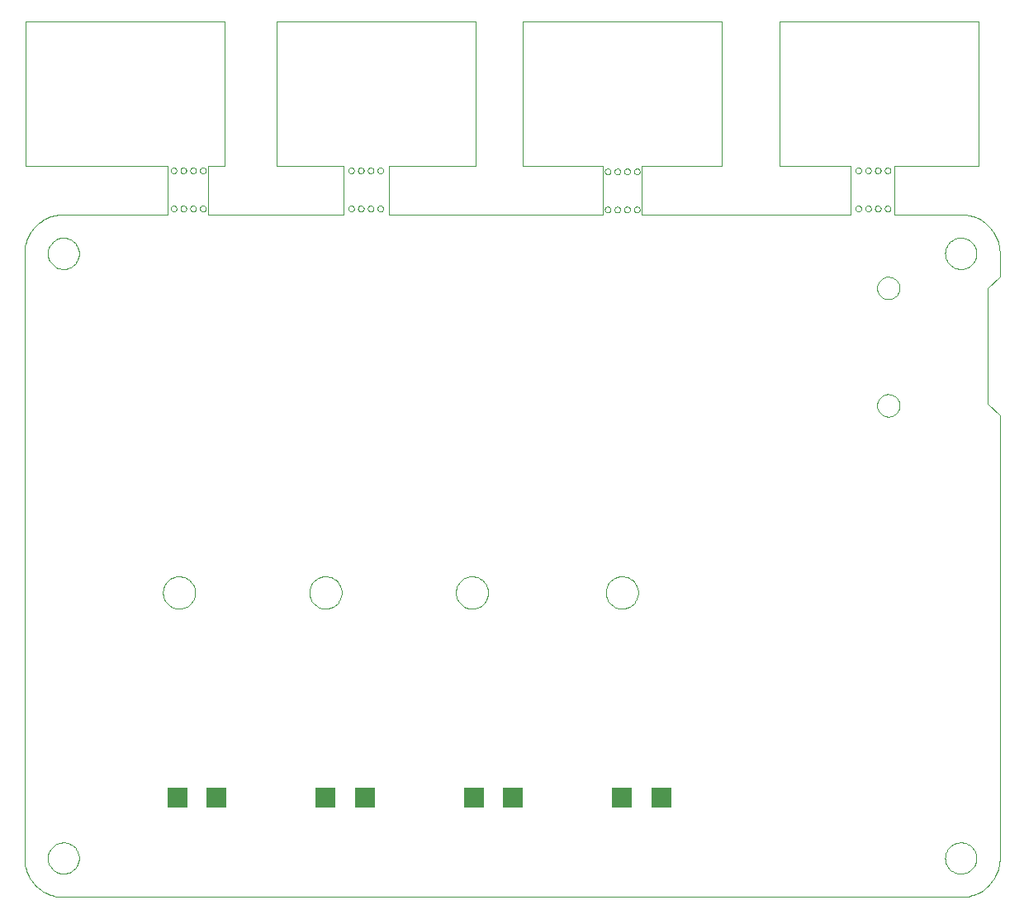
<source format=gbp>
G75*
G70*
%OFA0B0*%
%FSLAX24Y24*%
%IPPOS*%
%LPD*%
%AMOC8*
5,1,8,0,0,1.08239X$1,22.5*
%
%ADD10C,0.0000*%
%ADD11C,0.0000*%
%ADD12R,0.0787X0.0787*%
D10*
X010848Y004483D02*
X010848Y028893D01*
X010850Y028970D01*
X010856Y029047D01*
X010865Y029124D01*
X010878Y029200D01*
X010895Y029276D01*
X010916Y029350D01*
X010940Y029424D01*
X010968Y029496D01*
X010999Y029566D01*
X011034Y029635D01*
X011072Y029703D01*
X011113Y029768D01*
X011158Y029831D01*
X011206Y029892D01*
X011256Y029951D01*
X011309Y030007D01*
X011365Y030060D01*
X011424Y030110D01*
X011485Y030158D01*
X011548Y030203D01*
X011613Y030244D01*
X011681Y030282D01*
X011750Y030317D01*
X011820Y030348D01*
X011892Y030376D01*
X011966Y030400D01*
X012040Y030421D01*
X012116Y030438D01*
X012192Y030451D01*
X012269Y030460D01*
X012346Y030466D01*
X012423Y030468D01*
X012423Y030467D02*
X016635Y030467D01*
X016635Y032436D01*
X010887Y032436D01*
X010887Y038263D01*
X018919Y038263D01*
X018919Y032436D01*
X018250Y032436D01*
X018250Y030467D01*
X023722Y030467D01*
X023722Y032436D01*
X021045Y032436D01*
X021045Y038263D01*
X029076Y038263D01*
X029076Y032436D01*
X025572Y032436D01*
X025572Y030467D01*
X034194Y030467D01*
X034194Y032436D01*
X030966Y032436D01*
X030966Y038263D01*
X038998Y038263D01*
X038998Y032436D01*
X035769Y032436D01*
X035769Y030467D01*
X044194Y030467D01*
X044194Y032436D01*
X041320Y032436D01*
X041320Y038263D01*
X049352Y038263D01*
X049352Y032436D01*
X045966Y032436D01*
X045966Y030467D01*
X048643Y030467D01*
X048643Y030468D02*
X048720Y030466D01*
X048797Y030460D01*
X048874Y030451D01*
X048950Y030438D01*
X049026Y030421D01*
X049100Y030400D01*
X049174Y030376D01*
X049246Y030348D01*
X049316Y030317D01*
X049385Y030282D01*
X049453Y030244D01*
X049518Y030203D01*
X049581Y030158D01*
X049642Y030110D01*
X049701Y030060D01*
X049757Y030007D01*
X049810Y029951D01*
X049860Y029892D01*
X049908Y029831D01*
X049953Y029768D01*
X049994Y029703D01*
X050032Y029635D01*
X050067Y029566D01*
X050098Y029496D01*
X050126Y029424D01*
X050150Y029350D01*
X050171Y029276D01*
X050188Y029200D01*
X050201Y029124D01*
X050210Y029047D01*
X050216Y028970D01*
X050218Y028893D01*
X050218Y027948D01*
X049746Y027475D01*
X049746Y022830D01*
X050218Y022357D01*
X050218Y004483D01*
X050216Y004406D01*
X050210Y004329D01*
X050201Y004252D01*
X050188Y004176D01*
X050171Y004100D01*
X050150Y004026D01*
X050126Y003952D01*
X050098Y003880D01*
X050067Y003810D01*
X050032Y003741D01*
X049994Y003673D01*
X049953Y003608D01*
X049908Y003545D01*
X049860Y003484D01*
X049810Y003425D01*
X049757Y003369D01*
X049701Y003316D01*
X049642Y003266D01*
X049581Y003218D01*
X049518Y003173D01*
X049453Y003132D01*
X049385Y003094D01*
X049316Y003059D01*
X049246Y003028D01*
X049174Y003000D01*
X049100Y002976D01*
X049026Y002955D01*
X048950Y002938D01*
X048874Y002925D01*
X048797Y002916D01*
X048720Y002910D01*
X048643Y002908D01*
X012423Y002908D01*
X012346Y002910D01*
X012269Y002916D01*
X012192Y002925D01*
X012116Y002938D01*
X012040Y002955D01*
X011966Y002976D01*
X011892Y003000D01*
X011820Y003028D01*
X011750Y003059D01*
X011681Y003094D01*
X011613Y003132D01*
X011548Y003173D01*
X011485Y003218D01*
X011424Y003266D01*
X011365Y003316D01*
X011309Y003369D01*
X011256Y003425D01*
X011206Y003484D01*
X011158Y003545D01*
X011113Y003608D01*
X011072Y003673D01*
X011034Y003741D01*
X010999Y003810D01*
X010968Y003880D01*
X010940Y003952D01*
X010916Y004026D01*
X010895Y004100D01*
X010878Y004176D01*
X010865Y004252D01*
X010856Y004329D01*
X010850Y004406D01*
X010848Y004483D01*
D11*
X011793Y004483D02*
X011795Y004533D01*
X011801Y004583D01*
X011811Y004632D01*
X011825Y004680D01*
X011842Y004727D01*
X011863Y004772D01*
X011888Y004816D01*
X011916Y004857D01*
X011948Y004896D01*
X011982Y004933D01*
X012019Y004967D01*
X012059Y004997D01*
X012101Y005024D01*
X012145Y005048D01*
X012191Y005069D01*
X012238Y005085D01*
X012286Y005098D01*
X012336Y005107D01*
X012385Y005112D01*
X012436Y005113D01*
X012486Y005110D01*
X012535Y005103D01*
X012584Y005092D01*
X012632Y005077D01*
X012678Y005059D01*
X012723Y005037D01*
X012766Y005011D01*
X012807Y004982D01*
X012846Y004950D01*
X012882Y004915D01*
X012914Y004877D01*
X012944Y004837D01*
X012971Y004794D01*
X012994Y004750D01*
X013013Y004704D01*
X013029Y004656D01*
X013041Y004607D01*
X013049Y004558D01*
X013053Y004508D01*
X013053Y004458D01*
X013049Y004408D01*
X013041Y004359D01*
X013029Y004310D01*
X013013Y004262D01*
X012994Y004216D01*
X012971Y004172D01*
X012944Y004129D01*
X012914Y004089D01*
X012882Y004051D01*
X012846Y004016D01*
X012807Y003984D01*
X012766Y003955D01*
X012723Y003929D01*
X012678Y003907D01*
X012632Y003889D01*
X012584Y003874D01*
X012535Y003863D01*
X012486Y003856D01*
X012436Y003853D01*
X012385Y003854D01*
X012336Y003859D01*
X012286Y003868D01*
X012238Y003881D01*
X012191Y003897D01*
X012145Y003918D01*
X012101Y003942D01*
X012059Y003969D01*
X012019Y003999D01*
X011982Y004033D01*
X011948Y004070D01*
X011916Y004109D01*
X011888Y004150D01*
X011863Y004194D01*
X011842Y004239D01*
X011825Y004286D01*
X011811Y004334D01*
X011801Y004383D01*
X011795Y004433D01*
X011793Y004483D01*
X016441Y015202D02*
X016443Y015252D01*
X016449Y015302D01*
X016459Y015352D01*
X016472Y015400D01*
X016489Y015448D01*
X016510Y015494D01*
X016534Y015538D01*
X016562Y015580D01*
X016593Y015620D01*
X016627Y015657D01*
X016664Y015692D01*
X016703Y015723D01*
X016744Y015752D01*
X016788Y015777D01*
X016834Y015799D01*
X016881Y015817D01*
X016929Y015831D01*
X016978Y015842D01*
X017028Y015849D01*
X017078Y015852D01*
X017129Y015851D01*
X017179Y015846D01*
X017229Y015837D01*
X017277Y015825D01*
X017325Y015808D01*
X017371Y015788D01*
X017416Y015765D01*
X017459Y015738D01*
X017499Y015708D01*
X017537Y015675D01*
X017572Y015639D01*
X017605Y015600D01*
X017634Y015559D01*
X017660Y015516D01*
X017683Y015471D01*
X017702Y015424D01*
X017717Y015376D01*
X017729Y015327D01*
X017737Y015277D01*
X017741Y015227D01*
X017741Y015177D01*
X017737Y015127D01*
X017729Y015077D01*
X017717Y015028D01*
X017702Y014980D01*
X017683Y014933D01*
X017660Y014888D01*
X017634Y014845D01*
X017605Y014804D01*
X017572Y014765D01*
X017537Y014729D01*
X017499Y014696D01*
X017459Y014666D01*
X017416Y014639D01*
X017371Y014616D01*
X017325Y014596D01*
X017277Y014579D01*
X017229Y014567D01*
X017179Y014558D01*
X017129Y014553D01*
X017078Y014552D01*
X017028Y014555D01*
X016978Y014562D01*
X016929Y014573D01*
X016881Y014587D01*
X016834Y014605D01*
X016788Y014627D01*
X016744Y014652D01*
X016703Y014681D01*
X016664Y014712D01*
X016627Y014747D01*
X016593Y014784D01*
X016562Y014824D01*
X016534Y014866D01*
X016510Y014910D01*
X016489Y014956D01*
X016472Y015004D01*
X016459Y015052D01*
X016449Y015102D01*
X016443Y015152D01*
X016441Y015202D01*
X022352Y015202D02*
X022354Y015252D01*
X022360Y015302D01*
X022370Y015352D01*
X022383Y015400D01*
X022400Y015448D01*
X022421Y015494D01*
X022445Y015538D01*
X022473Y015580D01*
X022504Y015620D01*
X022538Y015657D01*
X022575Y015692D01*
X022614Y015723D01*
X022655Y015752D01*
X022699Y015777D01*
X022745Y015799D01*
X022792Y015817D01*
X022840Y015831D01*
X022889Y015842D01*
X022939Y015849D01*
X022989Y015852D01*
X023040Y015851D01*
X023090Y015846D01*
X023140Y015837D01*
X023188Y015825D01*
X023236Y015808D01*
X023282Y015788D01*
X023327Y015765D01*
X023370Y015738D01*
X023410Y015708D01*
X023448Y015675D01*
X023483Y015639D01*
X023516Y015600D01*
X023545Y015559D01*
X023571Y015516D01*
X023594Y015471D01*
X023613Y015424D01*
X023628Y015376D01*
X023640Y015327D01*
X023648Y015277D01*
X023652Y015227D01*
X023652Y015177D01*
X023648Y015127D01*
X023640Y015077D01*
X023628Y015028D01*
X023613Y014980D01*
X023594Y014933D01*
X023571Y014888D01*
X023545Y014845D01*
X023516Y014804D01*
X023483Y014765D01*
X023448Y014729D01*
X023410Y014696D01*
X023370Y014666D01*
X023327Y014639D01*
X023282Y014616D01*
X023236Y014596D01*
X023188Y014579D01*
X023140Y014567D01*
X023090Y014558D01*
X023040Y014553D01*
X022989Y014552D01*
X022939Y014555D01*
X022889Y014562D01*
X022840Y014573D01*
X022792Y014587D01*
X022745Y014605D01*
X022699Y014627D01*
X022655Y014652D01*
X022614Y014681D01*
X022575Y014712D01*
X022538Y014747D01*
X022504Y014784D01*
X022473Y014824D01*
X022445Y014866D01*
X022421Y014910D01*
X022400Y014956D01*
X022383Y015004D01*
X022370Y015052D01*
X022360Y015102D01*
X022354Y015152D01*
X022352Y015202D01*
X028263Y015202D02*
X028265Y015252D01*
X028271Y015302D01*
X028281Y015352D01*
X028294Y015400D01*
X028311Y015448D01*
X028332Y015494D01*
X028356Y015538D01*
X028384Y015580D01*
X028415Y015620D01*
X028449Y015657D01*
X028486Y015692D01*
X028525Y015723D01*
X028566Y015752D01*
X028610Y015777D01*
X028656Y015799D01*
X028703Y015817D01*
X028751Y015831D01*
X028800Y015842D01*
X028850Y015849D01*
X028900Y015852D01*
X028951Y015851D01*
X029001Y015846D01*
X029051Y015837D01*
X029099Y015825D01*
X029147Y015808D01*
X029193Y015788D01*
X029238Y015765D01*
X029281Y015738D01*
X029321Y015708D01*
X029359Y015675D01*
X029394Y015639D01*
X029427Y015600D01*
X029456Y015559D01*
X029482Y015516D01*
X029505Y015471D01*
X029524Y015424D01*
X029539Y015376D01*
X029551Y015327D01*
X029559Y015277D01*
X029563Y015227D01*
X029563Y015177D01*
X029559Y015127D01*
X029551Y015077D01*
X029539Y015028D01*
X029524Y014980D01*
X029505Y014933D01*
X029482Y014888D01*
X029456Y014845D01*
X029427Y014804D01*
X029394Y014765D01*
X029359Y014729D01*
X029321Y014696D01*
X029281Y014666D01*
X029238Y014639D01*
X029193Y014616D01*
X029147Y014596D01*
X029099Y014579D01*
X029051Y014567D01*
X029001Y014558D01*
X028951Y014553D01*
X028900Y014552D01*
X028850Y014555D01*
X028800Y014562D01*
X028751Y014573D01*
X028703Y014587D01*
X028656Y014605D01*
X028610Y014627D01*
X028566Y014652D01*
X028525Y014681D01*
X028486Y014712D01*
X028449Y014747D01*
X028415Y014784D01*
X028384Y014824D01*
X028356Y014866D01*
X028332Y014910D01*
X028311Y014956D01*
X028294Y015004D01*
X028281Y015052D01*
X028271Y015102D01*
X028265Y015152D01*
X028263Y015202D01*
X034319Y015202D02*
X034321Y015252D01*
X034327Y015302D01*
X034337Y015352D01*
X034350Y015400D01*
X034367Y015448D01*
X034388Y015494D01*
X034412Y015538D01*
X034440Y015580D01*
X034471Y015620D01*
X034505Y015657D01*
X034542Y015692D01*
X034581Y015723D01*
X034622Y015752D01*
X034666Y015777D01*
X034712Y015799D01*
X034759Y015817D01*
X034807Y015831D01*
X034856Y015842D01*
X034906Y015849D01*
X034956Y015852D01*
X035007Y015851D01*
X035057Y015846D01*
X035107Y015837D01*
X035155Y015825D01*
X035203Y015808D01*
X035249Y015788D01*
X035294Y015765D01*
X035337Y015738D01*
X035377Y015708D01*
X035415Y015675D01*
X035450Y015639D01*
X035483Y015600D01*
X035512Y015559D01*
X035538Y015516D01*
X035561Y015471D01*
X035580Y015424D01*
X035595Y015376D01*
X035607Y015327D01*
X035615Y015277D01*
X035619Y015227D01*
X035619Y015177D01*
X035615Y015127D01*
X035607Y015077D01*
X035595Y015028D01*
X035580Y014980D01*
X035561Y014933D01*
X035538Y014888D01*
X035512Y014845D01*
X035483Y014804D01*
X035450Y014765D01*
X035415Y014729D01*
X035377Y014696D01*
X035337Y014666D01*
X035294Y014639D01*
X035249Y014616D01*
X035203Y014596D01*
X035155Y014579D01*
X035107Y014567D01*
X035057Y014558D01*
X035007Y014553D01*
X034956Y014552D01*
X034906Y014555D01*
X034856Y014562D01*
X034807Y014573D01*
X034759Y014587D01*
X034712Y014605D01*
X034666Y014627D01*
X034622Y014652D01*
X034581Y014681D01*
X034542Y014712D01*
X034505Y014747D01*
X034471Y014784D01*
X034440Y014824D01*
X034412Y014866D01*
X034388Y014910D01*
X034367Y014956D01*
X034350Y015004D01*
X034337Y015052D01*
X034327Y015102D01*
X034321Y015152D01*
X034319Y015202D01*
X045265Y022756D02*
X045267Y022798D01*
X045273Y022840D01*
X045283Y022882D01*
X045296Y022922D01*
X045314Y022961D01*
X045335Y022998D01*
X045359Y023032D01*
X045387Y023065D01*
X045417Y023095D01*
X045450Y023121D01*
X045485Y023145D01*
X045523Y023165D01*
X045562Y023181D01*
X045602Y023194D01*
X045644Y023203D01*
X045686Y023208D01*
X045729Y023209D01*
X045771Y023206D01*
X045813Y023199D01*
X045854Y023188D01*
X045894Y023173D01*
X045932Y023155D01*
X045969Y023133D01*
X046003Y023108D01*
X046035Y023080D01*
X046063Y023049D01*
X046089Y023015D01*
X046112Y022979D01*
X046131Y022942D01*
X046147Y022902D01*
X046159Y022861D01*
X046167Y022820D01*
X046171Y022777D01*
X046171Y022735D01*
X046167Y022692D01*
X046159Y022651D01*
X046147Y022610D01*
X046131Y022570D01*
X046112Y022533D01*
X046089Y022497D01*
X046063Y022463D01*
X046035Y022432D01*
X046003Y022404D01*
X045969Y022379D01*
X045932Y022357D01*
X045894Y022339D01*
X045854Y022324D01*
X045813Y022313D01*
X045771Y022306D01*
X045729Y022303D01*
X045686Y022304D01*
X045644Y022309D01*
X045602Y022318D01*
X045562Y022331D01*
X045523Y022347D01*
X045485Y022367D01*
X045450Y022391D01*
X045417Y022417D01*
X045387Y022447D01*
X045359Y022480D01*
X045335Y022514D01*
X045314Y022551D01*
X045296Y022590D01*
X045283Y022630D01*
X045273Y022672D01*
X045267Y022714D01*
X045265Y022756D01*
X045265Y027496D02*
X045267Y027538D01*
X045273Y027580D01*
X045283Y027622D01*
X045296Y027662D01*
X045314Y027701D01*
X045335Y027738D01*
X045359Y027772D01*
X045387Y027805D01*
X045417Y027835D01*
X045450Y027861D01*
X045485Y027885D01*
X045523Y027905D01*
X045562Y027921D01*
X045602Y027934D01*
X045644Y027943D01*
X045686Y027948D01*
X045729Y027949D01*
X045771Y027946D01*
X045813Y027939D01*
X045854Y027928D01*
X045894Y027913D01*
X045932Y027895D01*
X045969Y027873D01*
X046003Y027848D01*
X046035Y027820D01*
X046063Y027789D01*
X046089Y027755D01*
X046112Y027719D01*
X046131Y027682D01*
X046147Y027642D01*
X046159Y027601D01*
X046167Y027560D01*
X046171Y027517D01*
X046171Y027475D01*
X046167Y027432D01*
X046159Y027391D01*
X046147Y027350D01*
X046131Y027310D01*
X046112Y027273D01*
X046089Y027237D01*
X046063Y027203D01*
X046035Y027172D01*
X046003Y027144D01*
X045969Y027119D01*
X045932Y027097D01*
X045894Y027079D01*
X045854Y027064D01*
X045813Y027053D01*
X045771Y027046D01*
X045729Y027043D01*
X045686Y027044D01*
X045644Y027049D01*
X045602Y027058D01*
X045562Y027071D01*
X045523Y027087D01*
X045485Y027107D01*
X045450Y027131D01*
X045417Y027157D01*
X045387Y027187D01*
X045359Y027220D01*
X045335Y027254D01*
X045314Y027291D01*
X045296Y027330D01*
X045283Y027370D01*
X045273Y027412D01*
X045267Y027454D01*
X045265Y027496D01*
X048013Y028893D02*
X048015Y028943D01*
X048021Y028993D01*
X048031Y029042D01*
X048045Y029090D01*
X048062Y029137D01*
X048083Y029182D01*
X048108Y029226D01*
X048136Y029267D01*
X048168Y029306D01*
X048202Y029343D01*
X048239Y029377D01*
X048279Y029407D01*
X048321Y029434D01*
X048365Y029458D01*
X048411Y029479D01*
X048458Y029495D01*
X048506Y029508D01*
X048556Y029517D01*
X048605Y029522D01*
X048656Y029523D01*
X048706Y029520D01*
X048755Y029513D01*
X048804Y029502D01*
X048852Y029487D01*
X048898Y029469D01*
X048943Y029447D01*
X048986Y029421D01*
X049027Y029392D01*
X049066Y029360D01*
X049102Y029325D01*
X049134Y029287D01*
X049164Y029247D01*
X049191Y029204D01*
X049214Y029160D01*
X049233Y029114D01*
X049249Y029066D01*
X049261Y029017D01*
X049269Y028968D01*
X049273Y028918D01*
X049273Y028868D01*
X049269Y028818D01*
X049261Y028769D01*
X049249Y028720D01*
X049233Y028672D01*
X049214Y028626D01*
X049191Y028582D01*
X049164Y028539D01*
X049134Y028499D01*
X049102Y028461D01*
X049066Y028426D01*
X049027Y028394D01*
X048986Y028365D01*
X048943Y028339D01*
X048898Y028317D01*
X048852Y028299D01*
X048804Y028284D01*
X048755Y028273D01*
X048706Y028266D01*
X048656Y028263D01*
X048605Y028264D01*
X048556Y028269D01*
X048506Y028278D01*
X048458Y028291D01*
X048411Y028307D01*
X048365Y028328D01*
X048321Y028352D01*
X048279Y028379D01*
X048239Y028409D01*
X048202Y028443D01*
X048168Y028480D01*
X048136Y028519D01*
X048108Y028560D01*
X048083Y028604D01*
X048062Y028649D01*
X048045Y028696D01*
X048031Y028744D01*
X048021Y028793D01*
X048015Y028843D01*
X048013Y028893D01*
X045573Y030704D02*
X045575Y030725D01*
X045581Y030745D01*
X045590Y030765D01*
X045602Y030782D01*
X045617Y030796D01*
X045635Y030808D01*
X045655Y030816D01*
X045675Y030821D01*
X045696Y030822D01*
X045717Y030819D01*
X045737Y030813D01*
X045756Y030802D01*
X045773Y030789D01*
X045786Y030773D01*
X045797Y030755D01*
X045805Y030735D01*
X045809Y030715D01*
X045809Y030693D01*
X045805Y030673D01*
X045797Y030653D01*
X045786Y030635D01*
X045773Y030619D01*
X045756Y030606D01*
X045737Y030595D01*
X045717Y030589D01*
X045696Y030586D01*
X045675Y030587D01*
X045655Y030592D01*
X045635Y030600D01*
X045617Y030612D01*
X045602Y030626D01*
X045590Y030643D01*
X045581Y030663D01*
X045575Y030683D01*
X045573Y030704D01*
X045179Y030704D02*
X045181Y030725D01*
X045187Y030745D01*
X045196Y030765D01*
X045208Y030782D01*
X045223Y030796D01*
X045241Y030808D01*
X045261Y030816D01*
X045281Y030821D01*
X045302Y030822D01*
X045323Y030819D01*
X045343Y030813D01*
X045362Y030802D01*
X045379Y030789D01*
X045392Y030773D01*
X045403Y030755D01*
X045411Y030735D01*
X045415Y030715D01*
X045415Y030693D01*
X045411Y030673D01*
X045403Y030653D01*
X045392Y030635D01*
X045379Y030619D01*
X045362Y030606D01*
X045343Y030595D01*
X045323Y030589D01*
X045302Y030586D01*
X045281Y030587D01*
X045261Y030592D01*
X045241Y030600D01*
X045223Y030612D01*
X045208Y030626D01*
X045196Y030643D01*
X045187Y030663D01*
X045181Y030683D01*
X045179Y030704D01*
X044785Y030704D02*
X044787Y030725D01*
X044793Y030745D01*
X044802Y030765D01*
X044814Y030782D01*
X044829Y030796D01*
X044847Y030808D01*
X044867Y030816D01*
X044887Y030821D01*
X044908Y030822D01*
X044929Y030819D01*
X044949Y030813D01*
X044968Y030802D01*
X044985Y030789D01*
X044998Y030773D01*
X045009Y030755D01*
X045017Y030735D01*
X045021Y030715D01*
X045021Y030693D01*
X045017Y030673D01*
X045009Y030653D01*
X044998Y030635D01*
X044985Y030619D01*
X044968Y030606D01*
X044949Y030595D01*
X044929Y030589D01*
X044908Y030586D01*
X044887Y030587D01*
X044867Y030592D01*
X044847Y030600D01*
X044829Y030612D01*
X044814Y030626D01*
X044802Y030643D01*
X044793Y030663D01*
X044787Y030683D01*
X044785Y030704D01*
X044391Y030704D02*
X044393Y030725D01*
X044399Y030745D01*
X044408Y030765D01*
X044420Y030782D01*
X044435Y030796D01*
X044453Y030808D01*
X044473Y030816D01*
X044493Y030821D01*
X044514Y030822D01*
X044535Y030819D01*
X044555Y030813D01*
X044574Y030802D01*
X044591Y030789D01*
X044604Y030773D01*
X044615Y030755D01*
X044623Y030735D01*
X044627Y030715D01*
X044627Y030693D01*
X044623Y030673D01*
X044615Y030653D01*
X044604Y030635D01*
X044591Y030619D01*
X044574Y030606D01*
X044555Y030595D01*
X044535Y030589D01*
X044514Y030586D01*
X044493Y030587D01*
X044473Y030592D01*
X044453Y030600D01*
X044435Y030612D01*
X044420Y030626D01*
X044408Y030643D01*
X044399Y030663D01*
X044393Y030683D01*
X044391Y030704D01*
X044391Y032239D02*
X044393Y032260D01*
X044399Y032280D01*
X044408Y032300D01*
X044420Y032317D01*
X044435Y032331D01*
X044453Y032343D01*
X044473Y032351D01*
X044493Y032356D01*
X044514Y032357D01*
X044535Y032354D01*
X044555Y032348D01*
X044574Y032337D01*
X044591Y032324D01*
X044604Y032308D01*
X044615Y032290D01*
X044623Y032270D01*
X044627Y032250D01*
X044627Y032228D01*
X044623Y032208D01*
X044615Y032188D01*
X044604Y032170D01*
X044591Y032154D01*
X044574Y032141D01*
X044555Y032130D01*
X044535Y032124D01*
X044514Y032121D01*
X044493Y032122D01*
X044473Y032127D01*
X044453Y032135D01*
X044435Y032147D01*
X044420Y032161D01*
X044408Y032178D01*
X044399Y032198D01*
X044393Y032218D01*
X044391Y032239D01*
X044785Y032239D02*
X044787Y032260D01*
X044793Y032280D01*
X044802Y032300D01*
X044814Y032317D01*
X044829Y032331D01*
X044847Y032343D01*
X044867Y032351D01*
X044887Y032356D01*
X044908Y032357D01*
X044929Y032354D01*
X044949Y032348D01*
X044968Y032337D01*
X044985Y032324D01*
X044998Y032308D01*
X045009Y032290D01*
X045017Y032270D01*
X045021Y032250D01*
X045021Y032228D01*
X045017Y032208D01*
X045009Y032188D01*
X044998Y032170D01*
X044985Y032154D01*
X044968Y032141D01*
X044949Y032130D01*
X044929Y032124D01*
X044908Y032121D01*
X044887Y032122D01*
X044867Y032127D01*
X044847Y032135D01*
X044829Y032147D01*
X044814Y032161D01*
X044802Y032178D01*
X044793Y032198D01*
X044787Y032218D01*
X044785Y032239D01*
X045179Y032239D02*
X045181Y032260D01*
X045187Y032280D01*
X045196Y032300D01*
X045208Y032317D01*
X045223Y032331D01*
X045241Y032343D01*
X045261Y032351D01*
X045281Y032356D01*
X045302Y032357D01*
X045323Y032354D01*
X045343Y032348D01*
X045362Y032337D01*
X045379Y032324D01*
X045392Y032308D01*
X045403Y032290D01*
X045411Y032270D01*
X045415Y032250D01*
X045415Y032228D01*
X045411Y032208D01*
X045403Y032188D01*
X045392Y032170D01*
X045379Y032154D01*
X045362Y032141D01*
X045343Y032130D01*
X045323Y032124D01*
X045302Y032121D01*
X045281Y032122D01*
X045261Y032127D01*
X045241Y032135D01*
X045223Y032147D01*
X045208Y032161D01*
X045196Y032178D01*
X045187Y032198D01*
X045181Y032218D01*
X045179Y032239D01*
X045573Y032239D02*
X045575Y032260D01*
X045581Y032280D01*
X045590Y032300D01*
X045602Y032317D01*
X045617Y032331D01*
X045635Y032343D01*
X045655Y032351D01*
X045675Y032356D01*
X045696Y032357D01*
X045717Y032354D01*
X045737Y032348D01*
X045756Y032337D01*
X045773Y032324D01*
X045786Y032308D01*
X045797Y032290D01*
X045805Y032270D01*
X045809Y032250D01*
X045809Y032228D01*
X045805Y032208D01*
X045797Y032188D01*
X045786Y032170D01*
X045773Y032154D01*
X045756Y032141D01*
X045737Y032130D01*
X045717Y032124D01*
X045696Y032121D01*
X045675Y032122D01*
X045655Y032127D01*
X045635Y032135D01*
X045617Y032147D01*
X045602Y032161D01*
X045590Y032178D01*
X045581Y032198D01*
X045575Y032218D01*
X045573Y032239D01*
X035454Y032200D02*
X035456Y032221D01*
X035462Y032241D01*
X035471Y032261D01*
X035483Y032278D01*
X035498Y032292D01*
X035516Y032304D01*
X035536Y032312D01*
X035556Y032317D01*
X035577Y032318D01*
X035598Y032315D01*
X035618Y032309D01*
X035637Y032298D01*
X035654Y032285D01*
X035667Y032269D01*
X035678Y032251D01*
X035686Y032231D01*
X035690Y032211D01*
X035690Y032189D01*
X035686Y032169D01*
X035678Y032149D01*
X035667Y032131D01*
X035654Y032115D01*
X035637Y032102D01*
X035618Y032091D01*
X035598Y032085D01*
X035577Y032082D01*
X035556Y032083D01*
X035536Y032088D01*
X035516Y032096D01*
X035498Y032108D01*
X035483Y032122D01*
X035471Y032139D01*
X035462Y032159D01*
X035456Y032179D01*
X035454Y032200D01*
X035061Y032200D02*
X035063Y032221D01*
X035069Y032241D01*
X035078Y032261D01*
X035090Y032278D01*
X035105Y032292D01*
X035123Y032304D01*
X035143Y032312D01*
X035163Y032317D01*
X035184Y032318D01*
X035205Y032315D01*
X035225Y032309D01*
X035244Y032298D01*
X035261Y032285D01*
X035274Y032269D01*
X035285Y032251D01*
X035293Y032231D01*
X035297Y032211D01*
X035297Y032189D01*
X035293Y032169D01*
X035285Y032149D01*
X035274Y032131D01*
X035261Y032115D01*
X035244Y032102D01*
X035225Y032091D01*
X035205Y032085D01*
X035184Y032082D01*
X035163Y032083D01*
X035143Y032088D01*
X035123Y032096D01*
X035105Y032108D01*
X035090Y032122D01*
X035078Y032139D01*
X035069Y032159D01*
X035063Y032179D01*
X035061Y032200D01*
X034667Y032200D02*
X034669Y032221D01*
X034675Y032241D01*
X034684Y032261D01*
X034696Y032278D01*
X034711Y032292D01*
X034729Y032304D01*
X034749Y032312D01*
X034769Y032317D01*
X034790Y032318D01*
X034811Y032315D01*
X034831Y032309D01*
X034850Y032298D01*
X034867Y032285D01*
X034880Y032269D01*
X034891Y032251D01*
X034899Y032231D01*
X034903Y032211D01*
X034903Y032189D01*
X034899Y032169D01*
X034891Y032149D01*
X034880Y032131D01*
X034867Y032115D01*
X034850Y032102D01*
X034831Y032091D01*
X034811Y032085D01*
X034790Y032082D01*
X034769Y032083D01*
X034749Y032088D01*
X034729Y032096D01*
X034711Y032108D01*
X034696Y032122D01*
X034684Y032139D01*
X034675Y032159D01*
X034669Y032179D01*
X034667Y032200D01*
X034273Y032200D02*
X034275Y032221D01*
X034281Y032241D01*
X034290Y032261D01*
X034302Y032278D01*
X034317Y032292D01*
X034335Y032304D01*
X034355Y032312D01*
X034375Y032317D01*
X034396Y032318D01*
X034417Y032315D01*
X034437Y032309D01*
X034456Y032298D01*
X034473Y032285D01*
X034486Y032269D01*
X034497Y032251D01*
X034505Y032231D01*
X034509Y032211D01*
X034509Y032189D01*
X034505Y032169D01*
X034497Y032149D01*
X034486Y032131D01*
X034473Y032115D01*
X034456Y032102D01*
X034437Y032091D01*
X034417Y032085D01*
X034396Y032082D01*
X034375Y032083D01*
X034355Y032088D01*
X034335Y032096D01*
X034317Y032108D01*
X034302Y032122D01*
X034290Y032139D01*
X034281Y032159D01*
X034275Y032179D01*
X034273Y032200D01*
X034273Y030664D02*
X034275Y030685D01*
X034281Y030705D01*
X034290Y030725D01*
X034302Y030742D01*
X034317Y030756D01*
X034335Y030768D01*
X034355Y030776D01*
X034375Y030781D01*
X034396Y030782D01*
X034417Y030779D01*
X034437Y030773D01*
X034456Y030762D01*
X034473Y030749D01*
X034486Y030733D01*
X034497Y030715D01*
X034505Y030695D01*
X034509Y030675D01*
X034509Y030653D01*
X034505Y030633D01*
X034497Y030613D01*
X034486Y030595D01*
X034473Y030579D01*
X034456Y030566D01*
X034437Y030555D01*
X034417Y030549D01*
X034396Y030546D01*
X034375Y030547D01*
X034355Y030552D01*
X034335Y030560D01*
X034317Y030572D01*
X034302Y030586D01*
X034290Y030603D01*
X034281Y030623D01*
X034275Y030643D01*
X034273Y030664D01*
X034667Y030664D02*
X034669Y030685D01*
X034675Y030705D01*
X034684Y030725D01*
X034696Y030742D01*
X034711Y030756D01*
X034729Y030768D01*
X034749Y030776D01*
X034769Y030781D01*
X034790Y030782D01*
X034811Y030779D01*
X034831Y030773D01*
X034850Y030762D01*
X034867Y030749D01*
X034880Y030733D01*
X034891Y030715D01*
X034899Y030695D01*
X034903Y030675D01*
X034903Y030653D01*
X034899Y030633D01*
X034891Y030613D01*
X034880Y030595D01*
X034867Y030579D01*
X034850Y030566D01*
X034831Y030555D01*
X034811Y030549D01*
X034790Y030546D01*
X034769Y030547D01*
X034749Y030552D01*
X034729Y030560D01*
X034711Y030572D01*
X034696Y030586D01*
X034684Y030603D01*
X034675Y030623D01*
X034669Y030643D01*
X034667Y030664D01*
X035061Y030664D02*
X035063Y030685D01*
X035069Y030705D01*
X035078Y030725D01*
X035090Y030742D01*
X035105Y030756D01*
X035123Y030768D01*
X035143Y030776D01*
X035163Y030781D01*
X035184Y030782D01*
X035205Y030779D01*
X035225Y030773D01*
X035244Y030762D01*
X035261Y030749D01*
X035274Y030733D01*
X035285Y030715D01*
X035293Y030695D01*
X035297Y030675D01*
X035297Y030653D01*
X035293Y030633D01*
X035285Y030613D01*
X035274Y030595D01*
X035261Y030579D01*
X035244Y030566D01*
X035225Y030555D01*
X035205Y030549D01*
X035184Y030546D01*
X035163Y030547D01*
X035143Y030552D01*
X035123Y030560D01*
X035105Y030572D01*
X035090Y030586D01*
X035078Y030603D01*
X035069Y030623D01*
X035063Y030643D01*
X035061Y030664D01*
X035454Y030664D02*
X035456Y030685D01*
X035462Y030705D01*
X035471Y030725D01*
X035483Y030742D01*
X035498Y030756D01*
X035516Y030768D01*
X035536Y030776D01*
X035556Y030781D01*
X035577Y030782D01*
X035598Y030779D01*
X035618Y030773D01*
X035637Y030762D01*
X035654Y030749D01*
X035667Y030733D01*
X035678Y030715D01*
X035686Y030695D01*
X035690Y030675D01*
X035690Y030653D01*
X035686Y030633D01*
X035678Y030613D01*
X035667Y030595D01*
X035654Y030579D01*
X035637Y030566D01*
X035618Y030555D01*
X035598Y030549D01*
X035577Y030546D01*
X035556Y030547D01*
X035536Y030552D01*
X035516Y030560D01*
X035498Y030572D01*
X035483Y030586D01*
X035471Y030603D01*
X035462Y030623D01*
X035456Y030643D01*
X035454Y030664D01*
X025100Y030704D02*
X025102Y030725D01*
X025108Y030745D01*
X025117Y030765D01*
X025129Y030782D01*
X025144Y030796D01*
X025162Y030808D01*
X025182Y030816D01*
X025202Y030821D01*
X025223Y030822D01*
X025244Y030819D01*
X025264Y030813D01*
X025283Y030802D01*
X025300Y030789D01*
X025313Y030773D01*
X025324Y030755D01*
X025332Y030735D01*
X025336Y030715D01*
X025336Y030693D01*
X025332Y030673D01*
X025324Y030653D01*
X025313Y030635D01*
X025300Y030619D01*
X025283Y030606D01*
X025264Y030595D01*
X025244Y030589D01*
X025223Y030586D01*
X025202Y030587D01*
X025182Y030592D01*
X025162Y030600D01*
X025144Y030612D01*
X025129Y030626D01*
X025117Y030643D01*
X025108Y030663D01*
X025102Y030683D01*
X025100Y030704D01*
X024706Y030704D02*
X024708Y030725D01*
X024714Y030745D01*
X024723Y030765D01*
X024735Y030782D01*
X024750Y030796D01*
X024768Y030808D01*
X024788Y030816D01*
X024808Y030821D01*
X024829Y030822D01*
X024850Y030819D01*
X024870Y030813D01*
X024889Y030802D01*
X024906Y030789D01*
X024919Y030773D01*
X024930Y030755D01*
X024938Y030735D01*
X024942Y030715D01*
X024942Y030693D01*
X024938Y030673D01*
X024930Y030653D01*
X024919Y030635D01*
X024906Y030619D01*
X024889Y030606D01*
X024870Y030595D01*
X024850Y030589D01*
X024829Y030586D01*
X024808Y030587D01*
X024788Y030592D01*
X024768Y030600D01*
X024750Y030612D01*
X024735Y030626D01*
X024723Y030643D01*
X024714Y030663D01*
X024708Y030683D01*
X024706Y030704D01*
X024313Y030704D02*
X024315Y030725D01*
X024321Y030745D01*
X024330Y030765D01*
X024342Y030782D01*
X024357Y030796D01*
X024375Y030808D01*
X024395Y030816D01*
X024415Y030821D01*
X024436Y030822D01*
X024457Y030819D01*
X024477Y030813D01*
X024496Y030802D01*
X024513Y030789D01*
X024526Y030773D01*
X024537Y030755D01*
X024545Y030735D01*
X024549Y030715D01*
X024549Y030693D01*
X024545Y030673D01*
X024537Y030653D01*
X024526Y030635D01*
X024513Y030619D01*
X024496Y030606D01*
X024477Y030595D01*
X024457Y030589D01*
X024436Y030586D01*
X024415Y030587D01*
X024395Y030592D01*
X024375Y030600D01*
X024357Y030612D01*
X024342Y030626D01*
X024330Y030643D01*
X024321Y030663D01*
X024315Y030683D01*
X024313Y030704D01*
X023919Y030704D02*
X023921Y030725D01*
X023927Y030745D01*
X023936Y030765D01*
X023948Y030782D01*
X023963Y030796D01*
X023981Y030808D01*
X024001Y030816D01*
X024021Y030821D01*
X024042Y030822D01*
X024063Y030819D01*
X024083Y030813D01*
X024102Y030802D01*
X024119Y030789D01*
X024132Y030773D01*
X024143Y030755D01*
X024151Y030735D01*
X024155Y030715D01*
X024155Y030693D01*
X024151Y030673D01*
X024143Y030653D01*
X024132Y030635D01*
X024119Y030619D01*
X024102Y030606D01*
X024083Y030595D01*
X024063Y030589D01*
X024042Y030586D01*
X024021Y030587D01*
X024001Y030592D01*
X023981Y030600D01*
X023963Y030612D01*
X023948Y030626D01*
X023936Y030643D01*
X023927Y030663D01*
X023921Y030683D01*
X023919Y030704D01*
X023919Y032239D02*
X023921Y032260D01*
X023927Y032280D01*
X023936Y032300D01*
X023948Y032317D01*
X023963Y032331D01*
X023981Y032343D01*
X024001Y032351D01*
X024021Y032356D01*
X024042Y032357D01*
X024063Y032354D01*
X024083Y032348D01*
X024102Y032337D01*
X024119Y032324D01*
X024132Y032308D01*
X024143Y032290D01*
X024151Y032270D01*
X024155Y032250D01*
X024155Y032228D01*
X024151Y032208D01*
X024143Y032188D01*
X024132Y032170D01*
X024119Y032154D01*
X024102Y032141D01*
X024083Y032130D01*
X024063Y032124D01*
X024042Y032121D01*
X024021Y032122D01*
X024001Y032127D01*
X023981Y032135D01*
X023963Y032147D01*
X023948Y032161D01*
X023936Y032178D01*
X023927Y032198D01*
X023921Y032218D01*
X023919Y032239D01*
X024313Y032239D02*
X024315Y032260D01*
X024321Y032280D01*
X024330Y032300D01*
X024342Y032317D01*
X024357Y032331D01*
X024375Y032343D01*
X024395Y032351D01*
X024415Y032356D01*
X024436Y032357D01*
X024457Y032354D01*
X024477Y032348D01*
X024496Y032337D01*
X024513Y032324D01*
X024526Y032308D01*
X024537Y032290D01*
X024545Y032270D01*
X024549Y032250D01*
X024549Y032228D01*
X024545Y032208D01*
X024537Y032188D01*
X024526Y032170D01*
X024513Y032154D01*
X024496Y032141D01*
X024477Y032130D01*
X024457Y032124D01*
X024436Y032121D01*
X024415Y032122D01*
X024395Y032127D01*
X024375Y032135D01*
X024357Y032147D01*
X024342Y032161D01*
X024330Y032178D01*
X024321Y032198D01*
X024315Y032218D01*
X024313Y032239D01*
X024706Y032239D02*
X024708Y032260D01*
X024714Y032280D01*
X024723Y032300D01*
X024735Y032317D01*
X024750Y032331D01*
X024768Y032343D01*
X024788Y032351D01*
X024808Y032356D01*
X024829Y032357D01*
X024850Y032354D01*
X024870Y032348D01*
X024889Y032337D01*
X024906Y032324D01*
X024919Y032308D01*
X024930Y032290D01*
X024938Y032270D01*
X024942Y032250D01*
X024942Y032228D01*
X024938Y032208D01*
X024930Y032188D01*
X024919Y032170D01*
X024906Y032154D01*
X024889Y032141D01*
X024870Y032130D01*
X024850Y032124D01*
X024829Y032121D01*
X024808Y032122D01*
X024788Y032127D01*
X024768Y032135D01*
X024750Y032147D01*
X024735Y032161D01*
X024723Y032178D01*
X024714Y032198D01*
X024708Y032218D01*
X024706Y032239D01*
X025100Y032239D02*
X025102Y032260D01*
X025108Y032280D01*
X025117Y032300D01*
X025129Y032317D01*
X025144Y032331D01*
X025162Y032343D01*
X025182Y032351D01*
X025202Y032356D01*
X025223Y032357D01*
X025244Y032354D01*
X025264Y032348D01*
X025283Y032337D01*
X025300Y032324D01*
X025313Y032308D01*
X025324Y032290D01*
X025332Y032270D01*
X025336Y032250D01*
X025336Y032228D01*
X025332Y032208D01*
X025324Y032188D01*
X025313Y032170D01*
X025300Y032154D01*
X025283Y032141D01*
X025264Y032130D01*
X025244Y032124D01*
X025223Y032121D01*
X025202Y032122D01*
X025182Y032127D01*
X025162Y032135D01*
X025144Y032147D01*
X025129Y032161D01*
X025117Y032178D01*
X025108Y032198D01*
X025102Y032218D01*
X025100Y032239D01*
X017935Y032239D02*
X017937Y032260D01*
X017943Y032280D01*
X017952Y032300D01*
X017964Y032317D01*
X017979Y032331D01*
X017997Y032343D01*
X018017Y032351D01*
X018037Y032356D01*
X018058Y032357D01*
X018079Y032354D01*
X018099Y032348D01*
X018118Y032337D01*
X018135Y032324D01*
X018148Y032308D01*
X018159Y032290D01*
X018167Y032270D01*
X018171Y032250D01*
X018171Y032228D01*
X018167Y032208D01*
X018159Y032188D01*
X018148Y032170D01*
X018135Y032154D01*
X018118Y032141D01*
X018099Y032130D01*
X018079Y032124D01*
X018058Y032121D01*
X018037Y032122D01*
X018017Y032127D01*
X017997Y032135D01*
X017979Y032147D01*
X017964Y032161D01*
X017952Y032178D01*
X017943Y032198D01*
X017937Y032218D01*
X017935Y032239D01*
X017541Y032239D02*
X017543Y032260D01*
X017549Y032280D01*
X017558Y032300D01*
X017570Y032317D01*
X017585Y032331D01*
X017603Y032343D01*
X017623Y032351D01*
X017643Y032356D01*
X017664Y032357D01*
X017685Y032354D01*
X017705Y032348D01*
X017724Y032337D01*
X017741Y032324D01*
X017754Y032308D01*
X017765Y032290D01*
X017773Y032270D01*
X017777Y032250D01*
X017777Y032228D01*
X017773Y032208D01*
X017765Y032188D01*
X017754Y032170D01*
X017741Y032154D01*
X017724Y032141D01*
X017705Y032130D01*
X017685Y032124D01*
X017664Y032121D01*
X017643Y032122D01*
X017623Y032127D01*
X017603Y032135D01*
X017585Y032147D01*
X017570Y032161D01*
X017558Y032178D01*
X017549Y032198D01*
X017543Y032218D01*
X017541Y032239D01*
X017147Y032239D02*
X017149Y032260D01*
X017155Y032280D01*
X017164Y032300D01*
X017176Y032317D01*
X017191Y032331D01*
X017209Y032343D01*
X017229Y032351D01*
X017249Y032356D01*
X017270Y032357D01*
X017291Y032354D01*
X017311Y032348D01*
X017330Y032337D01*
X017347Y032324D01*
X017360Y032308D01*
X017371Y032290D01*
X017379Y032270D01*
X017383Y032250D01*
X017383Y032228D01*
X017379Y032208D01*
X017371Y032188D01*
X017360Y032170D01*
X017347Y032154D01*
X017330Y032141D01*
X017311Y032130D01*
X017291Y032124D01*
X017270Y032121D01*
X017249Y032122D01*
X017229Y032127D01*
X017209Y032135D01*
X017191Y032147D01*
X017176Y032161D01*
X017164Y032178D01*
X017155Y032198D01*
X017149Y032218D01*
X017147Y032239D01*
X016754Y032239D02*
X016756Y032260D01*
X016762Y032280D01*
X016771Y032300D01*
X016783Y032317D01*
X016798Y032331D01*
X016816Y032343D01*
X016836Y032351D01*
X016856Y032356D01*
X016877Y032357D01*
X016898Y032354D01*
X016918Y032348D01*
X016937Y032337D01*
X016954Y032324D01*
X016967Y032308D01*
X016978Y032290D01*
X016986Y032270D01*
X016990Y032250D01*
X016990Y032228D01*
X016986Y032208D01*
X016978Y032188D01*
X016967Y032170D01*
X016954Y032154D01*
X016937Y032141D01*
X016918Y032130D01*
X016898Y032124D01*
X016877Y032121D01*
X016856Y032122D01*
X016836Y032127D01*
X016816Y032135D01*
X016798Y032147D01*
X016783Y032161D01*
X016771Y032178D01*
X016762Y032198D01*
X016756Y032218D01*
X016754Y032239D01*
X016754Y030704D02*
X016756Y030725D01*
X016762Y030745D01*
X016771Y030765D01*
X016783Y030782D01*
X016798Y030796D01*
X016816Y030808D01*
X016836Y030816D01*
X016856Y030821D01*
X016877Y030822D01*
X016898Y030819D01*
X016918Y030813D01*
X016937Y030802D01*
X016954Y030789D01*
X016967Y030773D01*
X016978Y030755D01*
X016986Y030735D01*
X016990Y030715D01*
X016990Y030693D01*
X016986Y030673D01*
X016978Y030653D01*
X016967Y030635D01*
X016954Y030619D01*
X016937Y030606D01*
X016918Y030595D01*
X016898Y030589D01*
X016877Y030586D01*
X016856Y030587D01*
X016836Y030592D01*
X016816Y030600D01*
X016798Y030612D01*
X016783Y030626D01*
X016771Y030643D01*
X016762Y030663D01*
X016756Y030683D01*
X016754Y030704D01*
X017147Y030704D02*
X017149Y030725D01*
X017155Y030745D01*
X017164Y030765D01*
X017176Y030782D01*
X017191Y030796D01*
X017209Y030808D01*
X017229Y030816D01*
X017249Y030821D01*
X017270Y030822D01*
X017291Y030819D01*
X017311Y030813D01*
X017330Y030802D01*
X017347Y030789D01*
X017360Y030773D01*
X017371Y030755D01*
X017379Y030735D01*
X017383Y030715D01*
X017383Y030693D01*
X017379Y030673D01*
X017371Y030653D01*
X017360Y030635D01*
X017347Y030619D01*
X017330Y030606D01*
X017311Y030595D01*
X017291Y030589D01*
X017270Y030586D01*
X017249Y030587D01*
X017229Y030592D01*
X017209Y030600D01*
X017191Y030612D01*
X017176Y030626D01*
X017164Y030643D01*
X017155Y030663D01*
X017149Y030683D01*
X017147Y030704D01*
X017541Y030704D02*
X017543Y030725D01*
X017549Y030745D01*
X017558Y030765D01*
X017570Y030782D01*
X017585Y030796D01*
X017603Y030808D01*
X017623Y030816D01*
X017643Y030821D01*
X017664Y030822D01*
X017685Y030819D01*
X017705Y030813D01*
X017724Y030802D01*
X017741Y030789D01*
X017754Y030773D01*
X017765Y030755D01*
X017773Y030735D01*
X017777Y030715D01*
X017777Y030693D01*
X017773Y030673D01*
X017765Y030653D01*
X017754Y030635D01*
X017741Y030619D01*
X017724Y030606D01*
X017705Y030595D01*
X017685Y030589D01*
X017664Y030586D01*
X017643Y030587D01*
X017623Y030592D01*
X017603Y030600D01*
X017585Y030612D01*
X017570Y030626D01*
X017558Y030643D01*
X017549Y030663D01*
X017543Y030683D01*
X017541Y030704D01*
X017935Y030704D02*
X017937Y030725D01*
X017943Y030745D01*
X017952Y030765D01*
X017964Y030782D01*
X017979Y030796D01*
X017997Y030808D01*
X018017Y030816D01*
X018037Y030821D01*
X018058Y030822D01*
X018079Y030819D01*
X018099Y030813D01*
X018118Y030802D01*
X018135Y030789D01*
X018148Y030773D01*
X018159Y030755D01*
X018167Y030735D01*
X018171Y030715D01*
X018171Y030693D01*
X018167Y030673D01*
X018159Y030653D01*
X018148Y030635D01*
X018135Y030619D01*
X018118Y030606D01*
X018099Y030595D01*
X018079Y030589D01*
X018058Y030586D01*
X018037Y030587D01*
X018017Y030592D01*
X017997Y030600D01*
X017979Y030612D01*
X017964Y030626D01*
X017952Y030643D01*
X017943Y030663D01*
X017937Y030683D01*
X017935Y030704D01*
X011793Y028893D02*
X011795Y028943D01*
X011801Y028993D01*
X011811Y029042D01*
X011825Y029090D01*
X011842Y029137D01*
X011863Y029182D01*
X011888Y029226D01*
X011916Y029267D01*
X011948Y029306D01*
X011982Y029343D01*
X012019Y029377D01*
X012059Y029407D01*
X012101Y029434D01*
X012145Y029458D01*
X012191Y029479D01*
X012238Y029495D01*
X012286Y029508D01*
X012336Y029517D01*
X012385Y029522D01*
X012436Y029523D01*
X012486Y029520D01*
X012535Y029513D01*
X012584Y029502D01*
X012632Y029487D01*
X012678Y029469D01*
X012723Y029447D01*
X012766Y029421D01*
X012807Y029392D01*
X012846Y029360D01*
X012882Y029325D01*
X012914Y029287D01*
X012944Y029247D01*
X012971Y029204D01*
X012994Y029160D01*
X013013Y029114D01*
X013029Y029066D01*
X013041Y029017D01*
X013049Y028968D01*
X013053Y028918D01*
X013053Y028868D01*
X013049Y028818D01*
X013041Y028769D01*
X013029Y028720D01*
X013013Y028672D01*
X012994Y028626D01*
X012971Y028582D01*
X012944Y028539D01*
X012914Y028499D01*
X012882Y028461D01*
X012846Y028426D01*
X012807Y028394D01*
X012766Y028365D01*
X012723Y028339D01*
X012678Y028317D01*
X012632Y028299D01*
X012584Y028284D01*
X012535Y028273D01*
X012486Y028266D01*
X012436Y028263D01*
X012385Y028264D01*
X012336Y028269D01*
X012286Y028278D01*
X012238Y028291D01*
X012191Y028307D01*
X012145Y028328D01*
X012101Y028352D01*
X012059Y028379D01*
X012019Y028409D01*
X011982Y028443D01*
X011948Y028480D01*
X011916Y028519D01*
X011888Y028560D01*
X011863Y028604D01*
X011842Y028649D01*
X011825Y028696D01*
X011811Y028744D01*
X011801Y028793D01*
X011795Y028843D01*
X011793Y028893D01*
X048013Y004483D02*
X048015Y004533D01*
X048021Y004583D01*
X048031Y004632D01*
X048045Y004680D01*
X048062Y004727D01*
X048083Y004772D01*
X048108Y004816D01*
X048136Y004857D01*
X048168Y004896D01*
X048202Y004933D01*
X048239Y004967D01*
X048279Y004997D01*
X048321Y005024D01*
X048365Y005048D01*
X048411Y005069D01*
X048458Y005085D01*
X048506Y005098D01*
X048556Y005107D01*
X048605Y005112D01*
X048656Y005113D01*
X048706Y005110D01*
X048755Y005103D01*
X048804Y005092D01*
X048852Y005077D01*
X048898Y005059D01*
X048943Y005037D01*
X048986Y005011D01*
X049027Y004982D01*
X049066Y004950D01*
X049102Y004915D01*
X049134Y004877D01*
X049164Y004837D01*
X049191Y004794D01*
X049214Y004750D01*
X049233Y004704D01*
X049249Y004656D01*
X049261Y004607D01*
X049269Y004558D01*
X049273Y004508D01*
X049273Y004458D01*
X049269Y004408D01*
X049261Y004359D01*
X049249Y004310D01*
X049233Y004262D01*
X049214Y004216D01*
X049191Y004172D01*
X049164Y004129D01*
X049134Y004089D01*
X049102Y004051D01*
X049066Y004016D01*
X049027Y003984D01*
X048986Y003955D01*
X048943Y003929D01*
X048898Y003907D01*
X048852Y003889D01*
X048804Y003874D01*
X048755Y003863D01*
X048706Y003856D01*
X048656Y003853D01*
X048605Y003854D01*
X048556Y003859D01*
X048506Y003868D01*
X048458Y003881D01*
X048411Y003897D01*
X048365Y003918D01*
X048321Y003942D01*
X048279Y003969D01*
X048239Y003999D01*
X048202Y004033D01*
X048168Y004070D01*
X048136Y004109D01*
X048108Y004150D01*
X048083Y004194D01*
X048062Y004239D01*
X048045Y004286D01*
X048031Y004334D01*
X048021Y004383D01*
X048015Y004433D01*
X048013Y004483D01*
D12*
X036552Y006927D03*
X034977Y006927D03*
X030569Y006927D03*
X028994Y006927D03*
X024585Y006927D03*
X023010Y006927D03*
X018602Y006927D03*
X017027Y006927D03*
M02*

</source>
